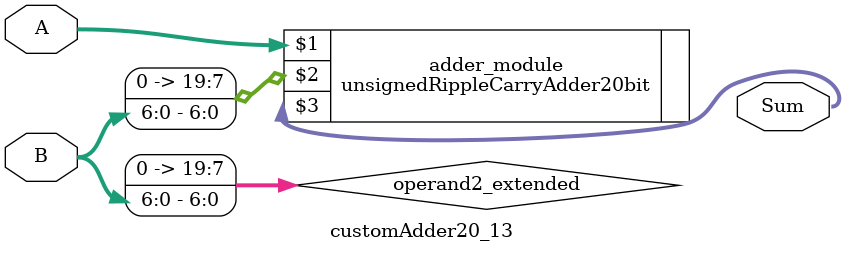
<source format=v>

module customAdder20_13(
                    input [19 : 0] A,
                    input [6 : 0] B,
                    
                    output [20 : 0] Sum
            );

    wire [19 : 0] operand2_extended;
    
    assign operand2_extended =  {13'b0, B};
    
    unsignedRippleCarryAdder20bit adder_module(
        A,
        operand2_extended,
        Sum
    );
    
endmodule
        
</source>
